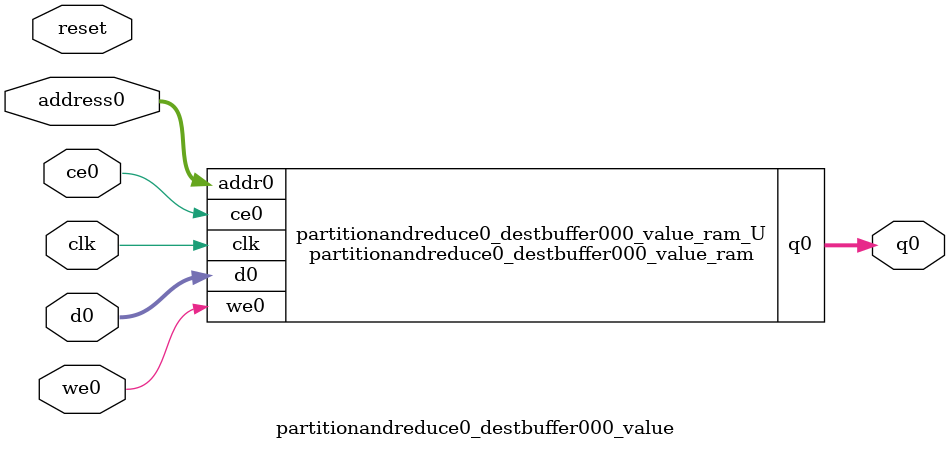
<source format=v>
`timescale 1 ns / 1 ps
module partitionandreduce0_destbuffer000_value_ram (addr0, ce0, d0, we0, q0,  clk);

parameter DWIDTH = 32;
parameter AWIDTH = 12;
parameter MEM_SIZE = 2112;

input[AWIDTH-1:0] addr0;
input ce0;
input[DWIDTH-1:0] d0;
input we0;
output reg[DWIDTH-1:0] q0;
input clk;

(* ram_style = "block" *)reg [DWIDTH-1:0] ram[0:MEM_SIZE-1];




always @(posedge clk)  
begin 
    if (ce0) 
    begin
        if (we0) 
        begin 
            ram[addr0] <= d0; 
        end 
        q0 <= ram[addr0];
    end
end


endmodule

`timescale 1 ns / 1 ps
module partitionandreduce0_destbuffer000_value(
    reset,
    clk,
    address0,
    ce0,
    we0,
    d0,
    q0);

parameter DataWidth = 32'd32;
parameter AddressRange = 32'd2112;
parameter AddressWidth = 32'd12;
input reset;
input clk;
input[AddressWidth - 1:0] address0;
input ce0;
input we0;
input[DataWidth - 1:0] d0;
output[DataWidth - 1:0] q0;



partitionandreduce0_destbuffer000_value_ram partitionandreduce0_destbuffer000_value_ram_U(
    .clk( clk ),
    .addr0( address0 ),
    .ce0( ce0 ),
    .we0( we0 ),
    .d0( d0 ),
    .q0( q0 ));

endmodule


</source>
